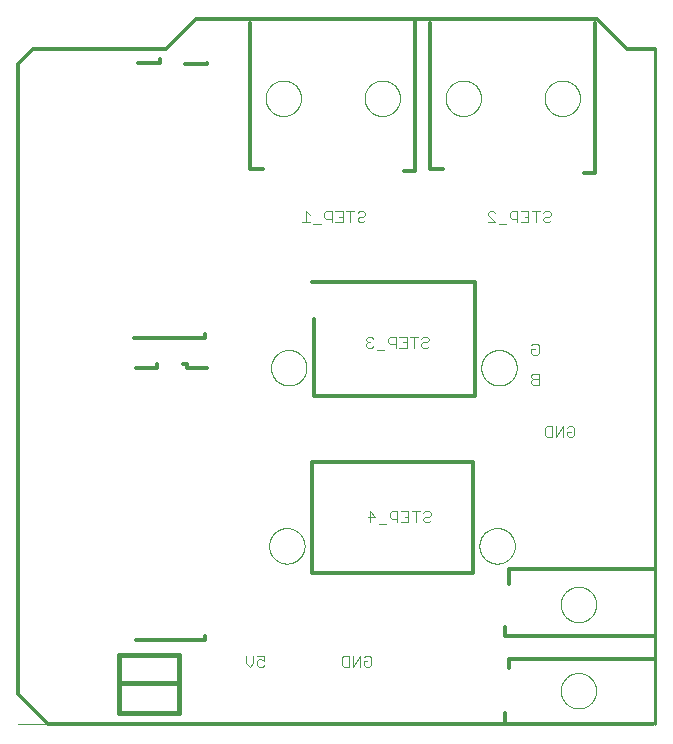
<source format=gbo>
G75*
%MOIN*%
%OFA0B0*%
%FSLAX25Y25*%
%IPPOS*%
%LPD*%
%AMOC8*
5,1,8,0,0,1.08239X$1,22.5*
%
%ADD10C,0.00000*%
%ADD11C,0.01000*%
%ADD12C,0.01600*%
%ADD13C,0.01200*%
%ADD14C,0.00300*%
D10*
X0005000Y0005000D02*
X0015000Y0005000D01*
X0208701Y0005000D01*
X0185959Y0016250D02*
X0185961Y0016403D01*
X0185967Y0016557D01*
X0185977Y0016710D01*
X0185991Y0016862D01*
X0186009Y0017015D01*
X0186031Y0017166D01*
X0186056Y0017317D01*
X0186086Y0017468D01*
X0186120Y0017618D01*
X0186157Y0017766D01*
X0186198Y0017914D01*
X0186243Y0018060D01*
X0186292Y0018206D01*
X0186345Y0018350D01*
X0186401Y0018492D01*
X0186461Y0018633D01*
X0186525Y0018773D01*
X0186592Y0018911D01*
X0186663Y0019047D01*
X0186738Y0019181D01*
X0186815Y0019313D01*
X0186897Y0019443D01*
X0186981Y0019571D01*
X0187069Y0019697D01*
X0187160Y0019820D01*
X0187254Y0019941D01*
X0187352Y0020059D01*
X0187452Y0020175D01*
X0187556Y0020288D01*
X0187662Y0020399D01*
X0187771Y0020507D01*
X0187883Y0020612D01*
X0187997Y0020713D01*
X0188115Y0020812D01*
X0188234Y0020908D01*
X0188356Y0021001D01*
X0188481Y0021090D01*
X0188608Y0021177D01*
X0188737Y0021259D01*
X0188868Y0021339D01*
X0189001Y0021415D01*
X0189136Y0021488D01*
X0189273Y0021557D01*
X0189412Y0021622D01*
X0189552Y0021684D01*
X0189694Y0021742D01*
X0189837Y0021797D01*
X0189982Y0021848D01*
X0190128Y0021895D01*
X0190275Y0021938D01*
X0190423Y0021977D01*
X0190572Y0022013D01*
X0190722Y0022044D01*
X0190873Y0022072D01*
X0191024Y0022096D01*
X0191177Y0022116D01*
X0191329Y0022132D01*
X0191482Y0022144D01*
X0191635Y0022152D01*
X0191788Y0022156D01*
X0191942Y0022156D01*
X0192095Y0022152D01*
X0192248Y0022144D01*
X0192401Y0022132D01*
X0192553Y0022116D01*
X0192706Y0022096D01*
X0192857Y0022072D01*
X0193008Y0022044D01*
X0193158Y0022013D01*
X0193307Y0021977D01*
X0193455Y0021938D01*
X0193602Y0021895D01*
X0193748Y0021848D01*
X0193893Y0021797D01*
X0194036Y0021742D01*
X0194178Y0021684D01*
X0194318Y0021622D01*
X0194457Y0021557D01*
X0194594Y0021488D01*
X0194729Y0021415D01*
X0194862Y0021339D01*
X0194993Y0021259D01*
X0195122Y0021177D01*
X0195249Y0021090D01*
X0195374Y0021001D01*
X0195496Y0020908D01*
X0195615Y0020812D01*
X0195733Y0020713D01*
X0195847Y0020612D01*
X0195959Y0020507D01*
X0196068Y0020399D01*
X0196174Y0020288D01*
X0196278Y0020175D01*
X0196378Y0020059D01*
X0196476Y0019941D01*
X0196570Y0019820D01*
X0196661Y0019697D01*
X0196749Y0019571D01*
X0196833Y0019443D01*
X0196915Y0019313D01*
X0196992Y0019181D01*
X0197067Y0019047D01*
X0197138Y0018911D01*
X0197205Y0018773D01*
X0197269Y0018633D01*
X0197329Y0018492D01*
X0197385Y0018350D01*
X0197438Y0018206D01*
X0197487Y0018060D01*
X0197532Y0017914D01*
X0197573Y0017766D01*
X0197610Y0017618D01*
X0197644Y0017468D01*
X0197674Y0017317D01*
X0197699Y0017166D01*
X0197721Y0017015D01*
X0197739Y0016862D01*
X0197753Y0016710D01*
X0197763Y0016557D01*
X0197769Y0016403D01*
X0197771Y0016250D01*
X0197769Y0016097D01*
X0197763Y0015943D01*
X0197753Y0015790D01*
X0197739Y0015638D01*
X0197721Y0015485D01*
X0197699Y0015334D01*
X0197674Y0015183D01*
X0197644Y0015032D01*
X0197610Y0014882D01*
X0197573Y0014734D01*
X0197532Y0014586D01*
X0197487Y0014440D01*
X0197438Y0014294D01*
X0197385Y0014150D01*
X0197329Y0014008D01*
X0197269Y0013867D01*
X0197205Y0013727D01*
X0197138Y0013589D01*
X0197067Y0013453D01*
X0196992Y0013319D01*
X0196915Y0013187D01*
X0196833Y0013057D01*
X0196749Y0012929D01*
X0196661Y0012803D01*
X0196570Y0012680D01*
X0196476Y0012559D01*
X0196378Y0012441D01*
X0196278Y0012325D01*
X0196174Y0012212D01*
X0196068Y0012101D01*
X0195959Y0011993D01*
X0195847Y0011888D01*
X0195733Y0011787D01*
X0195615Y0011688D01*
X0195496Y0011592D01*
X0195374Y0011499D01*
X0195249Y0011410D01*
X0195122Y0011323D01*
X0194993Y0011241D01*
X0194862Y0011161D01*
X0194729Y0011085D01*
X0194594Y0011012D01*
X0194457Y0010943D01*
X0194318Y0010878D01*
X0194178Y0010816D01*
X0194036Y0010758D01*
X0193893Y0010703D01*
X0193748Y0010652D01*
X0193602Y0010605D01*
X0193455Y0010562D01*
X0193307Y0010523D01*
X0193158Y0010487D01*
X0193008Y0010456D01*
X0192857Y0010428D01*
X0192706Y0010404D01*
X0192553Y0010384D01*
X0192401Y0010368D01*
X0192248Y0010356D01*
X0192095Y0010348D01*
X0191942Y0010344D01*
X0191788Y0010344D01*
X0191635Y0010348D01*
X0191482Y0010356D01*
X0191329Y0010368D01*
X0191177Y0010384D01*
X0191024Y0010404D01*
X0190873Y0010428D01*
X0190722Y0010456D01*
X0190572Y0010487D01*
X0190423Y0010523D01*
X0190275Y0010562D01*
X0190128Y0010605D01*
X0189982Y0010652D01*
X0189837Y0010703D01*
X0189694Y0010758D01*
X0189552Y0010816D01*
X0189412Y0010878D01*
X0189273Y0010943D01*
X0189136Y0011012D01*
X0189001Y0011085D01*
X0188868Y0011161D01*
X0188737Y0011241D01*
X0188608Y0011323D01*
X0188481Y0011410D01*
X0188356Y0011499D01*
X0188234Y0011592D01*
X0188115Y0011688D01*
X0187997Y0011787D01*
X0187883Y0011888D01*
X0187771Y0011993D01*
X0187662Y0012101D01*
X0187556Y0012212D01*
X0187452Y0012325D01*
X0187352Y0012441D01*
X0187254Y0012559D01*
X0187160Y0012680D01*
X0187069Y0012803D01*
X0186981Y0012929D01*
X0186897Y0013057D01*
X0186815Y0013187D01*
X0186738Y0013319D01*
X0186663Y0013453D01*
X0186592Y0013589D01*
X0186525Y0013727D01*
X0186461Y0013867D01*
X0186401Y0014008D01*
X0186345Y0014150D01*
X0186292Y0014294D01*
X0186243Y0014440D01*
X0186198Y0014586D01*
X0186157Y0014734D01*
X0186120Y0014882D01*
X0186086Y0015032D01*
X0186056Y0015183D01*
X0186031Y0015334D01*
X0186009Y0015485D01*
X0185991Y0015638D01*
X0185977Y0015790D01*
X0185967Y0015943D01*
X0185961Y0016097D01*
X0185959Y0016250D01*
X0185959Y0045000D02*
X0185961Y0045153D01*
X0185967Y0045307D01*
X0185977Y0045460D01*
X0185991Y0045612D01*
X0186009Y0045765D01*
X0186031Y0045916D01*
X0186056Y0046067D01*
X0186086Y0046218D01*
X0186120Y0046368D01*
X0186157Y0046516D01*
X0186198Y0046664D01*
X0186243Y0046810D01*
X0186292Y0046956D01*
X0186345Y0047100D01*
X0186401Y0047242D01*
X0186461Y0047383D01*
X0186525Y0047523D01*
X0186592Y0047661D01*
X0186663Y0047797D01*
X0186738Y0047931D01*
X0186815Y0048063D01*
X0186897Y0048193D01*
X0186981Y0048321D01*
X0187069Y0048447D01*
X0187160Y0048570D01*
X0187254Y0048691D01*
X0187352Y0048809D01*
X0187452Y0048925D01*
X0187556Y0049038D01*
X0187662Y0049149D01*
X0187771Y0049257D01*
X0187883Y0049362D01*
X0187997Y0049463D01*
X0188115Y0049562D01*
X0188234Y0049658D01*
X0188356Y0049751D01*
X0188481Y0049840D01*
X0188608Y0049927D01*
X0188737Y0050009D01*
X0188868Y0050089D01*
X0189001Y0050165D01*
X0189136Y0050238D01*
X0189273Y0050307D01*
X0189412Y0050372D01*
X0189552Y0050434D01*
X0189694Y0050492D01*
X0189837Y0050547D01*
X0189982Y0050598D01*
X0190128Y0050645D01*
X0190275Y0050688D01*
X0190423Y0050727D01*
X0190572Y0050763D01*
X0190722Y0050794D01*
X0190873Y0050822D01*
X0191024Y0050846D01*
X0191177Y0050866D01*
X0191329Y0050882D01*
X0191482Y0050894D01*
X0191635Y0050902D01*
X0191788Y0050906D01*
X0191942Y0050906D01*
X0192095Y0050902D01*
X0192248Y0050894D01*
X0192401Y0050882D01*
X0192553Y0050866D01*
X0192706Y0050846D01*
X0192857Y0050822D01*
X0193008Y0050794D01*
X0193158Y0050763D01*
X0193307Y0050727D01*
X0193455Y0050688D01*
X0193602Y0050645D01*
X0193748Y0050598D01*
X0193893Y0050547D01*
X0194036Y0050492D01*
X0194178Y0050434D01*
X0194318Y0050372D01*
X0194457Y0050307D01*
X0194594Y0050238D01*
X0194729Y0050165D01*
X0194862Y0050089D01*
X0194993Y0050009D01*
X0195122Y0049927D01*
X0195249Y0049840D01*
X0195374Y0049751D01*
X0195496Y0049658D01*
X0195615Y0049562D01*
X0195733Y0049463D01*
X0195847Y0049362D01*
X0195959Y0049257D01*
X0196068Y0049149D01*
X0196174Y0049038D01*
X0196278Y0048925D01*
X0196378Y0048809D01*
X0196476Y0048691D01*
X0196570Y0048570D01*
X0196661Y0048447D01*
X0196749Y0048321D01*
X0196833Y0048193D01*
X0196915Y0048063D01*
X0196992Y0047931D01*
X0197067Y0047797D01*
X0197138Y0047661D01*
X0197205Y0047523D01*
X0197269Y0047383D01*
X0197329Y0047242D01*
X0197385Y0047100D01*
X0197438Y0046956D01*
X0197487Y0046810D01*
X0197532Y0046664D01*
X0197573Y0046516D01*
X0197610Y0046368D01*
X0197644Y0046218D01*
X0197674Y0046067D01*
X0197699Y0045916D01*
X0197721Y0045765D01*
X0197739Y0045612D01*
X0197753Y0045460D01*
X0197763Y0045307D01*
X0197769Y0045153D01*
X0197771Y0045000D01*
X0197769Y0044847D01*
X0197763Y0044693D01*
X0197753Y0044540D01*
X0197739Y0044388D01*
X0197721Y0044235D01*
X0197699Y0044084D01*
X0197674Y0043933D01*
X0197644Y0043782D01*
X0197610Y0043632D01*
X0197573Y0043484D01*
X0197532Y0043336D01*
X0197487Y0043190D01*
X0197438Y0043044D01*
X0197385Y0042900D01*
X0197329Y0042758D01*
X0197269Y0042617D01*
X0197205Y0042477D01*
X0197138Y0042339D01*
X0197067Y0042203D01*
X0196992Y0042069D01*
X0196915Y0041937D01*
X0196833Y0041807D01*
X0196749Y0041679D01*
X0196661Y0041553D01*
X0196570Y0041430D01*
X0196476Y0041309D01*
X0196378Y0041191D01*
X0196278Y0041075D01*
X0196174Y0040962D01*
X0196068Y0040851D01*
X0195959Y0040743D01*
X0195847Y0040638D01*
X0195733Y0040537D01*
X0195615Y0040438D01*
X0195496Y0040342D01*
X0195374Y0040249D01*
X0195249Y0040160D01*
X0195122Y0040073D01*
X0194993Y0039991D01*
X0194862Y0039911D01*
X0194729Y0039835D01*
X0194594Y0039762D01*
X0194457Y0039693D01*
X0194318Y0039628D01*
X0194178Y0039566D01*
X0194036Y0039508D01*
X0193893Y0039453D01*
X0193748Y0039402D01*
X0193602Y0039355D01*
X0193455Y0039312D01*
X0193307Y0039273D01*
X0193158Y0039237D01*
X0193008Y0039206D01*
X0192857Y0039178D01*
X0192706Y0039154D01*
X0192553Y0039134D01*
X0192401Y0039118D01*
X0192248Y0039106D01*
X0192095Y0039098D01*
X0191942Y0039094D01*
X0191788Y0039094D01*
X0191635Y0039098D01*
X0191482Y0039106D01*
X0191329Y0039118D01*
X0191177Y0039134D01*
X0191024Y0039154D01*
X0190873Y0039178D01*
X0190722Y0039206D01*
X0190572Y0039237D01*
X0190423Y0039273D01*
X0190275Y0039312D01*
X0190128Y0039355D01*
X0189982Y0039402D01*
X0189837Y0039453D01*
X0189694Y0039508D01*
X0189552Y0039566D01*
X0189412Y0039628D01*
X0189273Y0039693D01*
X0189136Y0039762D01*
X0189001Y0039835D01*
X0188868Y0039911D01*
X0188737Y0039991D01*
X0188608Y0040073D01*
X0188481Y0040160D01*
X0188356Y0040249D01*
X0188234Y0040342D01*
X0188115Y0040438D01*
X0187997Y0040537D01*
X0187883Y0040638D01*
X0187771Y0040743D01*
X0187662Y0040851D01*
X0187556Y0040962D01*
X0187452Y0041075D01*
X0187352Y0041191D01*
X0187254Y0041309D01*
X0187160Y0041430D01*
X0187069Y0041553D01*
X0186981Y0041679D01*
X0186897Y0041807D01*
X0186815Y0041937D01*
X0186738Y0042069D01*
X0186663Y0042203D01*
X0186592Y0042339D01*
X0186525Y0042477D01*
X0186461Y0042617D01*
X0186401Y0042758D01*
X0186345Y0042900D01*
X0186292Y0043044D01*
X0186243Y0043190D01*
X0186198Y0043336D01*
X0186157Y0043484D01*
X0186120Y0043632D01*
X0186086Y0043782D01*
X0186056Y0043933D01*
X0186031Y0044084D01*
X0186009Y0044235D01*
X0185991Y0044388D01*
X0185977Y0044540D01*
X0185967Y0044693D01*
X0185961Y0044847D01*
X0185959Y0045000D01*
X0158848Y0064532D02*
X0158850Y0064685D01*
X0158856Y0064839D01*
X0158866Y0064992D01*
X0158880Y0065144D01*
X0158898Y0065297D01*
X0158920Y0065448D01*
X0158945Y0065599D01*
X0158975Y0065750D01*
X0159009Y0065900D01*
X0159046Y0066048D01*
X0159087Y0066196D01*
X0159132Y0066342D01*
X0159181Y0066488D01*
X0159234Y0066632D01*
X0159290Y0066774D01*
X0159350Y0066915D01*
X0159414Y0067055D01*
X0159481Y0067193D01*
X0159552Y0067329D01*
X0159627Y0067463D01*
X0159704Y0067595D01*
X0159786Y0067725D01*
X0159870Y0067853D01*
X0159958Y0067979D01*
X0160049Y0068102D01*
X0160143Y0068223D01*
X0160241Y0068341D01*
X0160341Y0068457D01*
X0160445Y0068570D01*
X0160551Y0068681D01*
X0160660Y0068789D01*
X0160772Y0068894D01*
X0160886Y0068995D01*
X0161004Y0069094D01*
X0161123Y0069190D01*
X0161245Y0069283D01*
X0161370Y0069372D01*
X0161497Y0069459D01*
X0161626Y0069541D01*
X0161757Y0069621D01*
X0161890Y0069697D01*
X0162025Y0069770D01*
X0162162Y0069839D01*
X0162301Y0069904D01*
X0162441Y0069966D01*
X0162583Y0070024D01*
X0162726Y0070079D01*
X0162871Y0070130D01*
X0163017Y0070177D01*
X0163164Y0070220D01*
X0163312Y0070259D01*
X0163461Y0070295D01*
X0163611Y0070326D01*
X0163762Y0070354D01*
X0163913Y0070378D01*
X0164066Y0070398D01*
X0164218Y0070414D01*
X0164371Y0070426D01*
X0164524Y0070434D01*
X0164677Y0070438D01*
X0164831Y0070438D01*
X0164984Y0070434D01*
X0165137Y0070426D01*
X0165290Y0070414D01*
X0165442Y0070398D01*
X0165595Y0070378D01*
X0165746Y0070354D01*
X0165897Y0070326D01*
X0166047Y0070295D01*
X0166196Y0070259D01*
X0166344Y0070220D01*
X0166491Y0070177D01*
X0166637Y0070130D01*
X0166782Y0070079D01*
X0166925Y0070024D01*
X0167067Y0069966D01*
X0167207Y0069904D01*
X0167346Y0069839D01*
X0167483Y0069770D01*
X0167618Y0069697D01*
X0167751Y0069621D01*
X0167882Y0069541D01*
X0168011Y0069459D01*
X0168138Y0069372D01*
X0168263Y0069283D01*
X0168385Y0069190D01*
X0168504Y0069094D01*
X0168622Y0068995D01*
X0168736Y0068894D01*
X0168848Y0068789D01*
X0168957Y0068681D01*
X0169063Y0068570D01*
X0169167Y0068457D01*
X0169267Y0068341D01*
X0169365Y0068223D01*
X0169459Y0068102D01*
X0169550Y0067979D01*
X0169638Y0067853D01*
X0169722Y0067725D01*
X0169804Y0067595D01*
X0169881Y0067463D01*
X0169956Y0067329D01*
X0170027Y0067193D01*
X0170094Y0067055D01*
X0170158Y0066915D01*
X0170218Y0066774D01*
X0170274Y0066632D01*
X0170327Y0066488D01*
X0170376Y0066342D01*
X0170421Y0066196D01*
X0170462Y0066048D01*
X0170499Y0065900D01*
X0170533Y0065750D01*
X0170563Y0065599D01*
X0170588Y0065448D01*
X0170610Y0065297D01*
X0170628Y0065144D01*
X0170642Y0064992D01*
X0170652Y0064839D01*
X0170658Y0064685D01*
X0170660Y0064532D01*
X0170658Y0064379D01*
X0170652Y0064225D01*
X0170642Y0064072D01*
X0170628Y0063920D01*
X0170610Y0063767D01*
X0170588Y0063616D01*
X0170563Y0063465D01*
X0170533Y0063314D01*
X0170499Y0063164D01*
X0170462Y0063016D01*
X0170421Y0062868D01*
X0170376Y0062722D01*
X0170327Y0062576D01*
X0170274Y0062432D01*
X0170218Y0062290D01*
X0170158Y0062149D01*
X0170094Y0062009D01*
X0170027Y0061871D01*
X0169956Y0061735D01*
X0169881Y0061601D01*
X0169804Y0061469D01*
X0169722Y0061339D01*
X0169638Y0061211D01*
X0169550Y0061085D01*
X0169459Y0060962D01*
X0169365Y0060841D01*
X0169267Y0060723D01*
X0169167Y0060607D01*
X0169063Y0060494D01*
X0168957Y0060383D01*
X0168848Y0060275D01*
X0168736Y0060170D01*
X0168622Y0060069D01*
X0168504Y0059970D01*
X0168385Y0059874D01*
X0168263Y0059781D01*
X0168138Y0059692D01*
X0168011Y0059605D01*
X0167882Y0059523D01*
X0167751Y0059443D01*
X0167618Y0059367D01*
X0167483Y0059294D01*
X0167346Y0059225D01*
X0167207Y0059160D01*
X0167067Y0059098D01*
X0166925Y0059040D01*
X0166782Y0058985D01*
X0166637Y0058934D01*
X0166491Y0058887D01*
X0166344Y0058844D01*
X0166196Y0058805D01*
X0166047Y0058769D01*
X0165897Y0058738D01*
X0165746Y0058710D01*
X0165595Y0058686D01*
X0165442Y0058666D01*
X0165290Y0058650D01*
X0165137Y0058638D01*
X0164984Y0058630D01*
X0164831Y0058626D01*
X0164677Y0058626D01*
X0164524Y0058630D01*
X0164371Y0058638D01*
X0164218Y0058650D01*
X0164066Y0058666D01*
X0163913Y0058686D01*
X0163762Y0058710D01*
X0163611Y0058738D01*
X0163461Y0058769D01*
X0163312Y0058805D01*
X0163164Y0058844D01*
X0163017Y0058887D01*
X0162871Y0058934D01*
X0162726Y0058985D01*
X0162583Y0059040D01*
X0162441Y0059098D01*
X0162301Y0059160D01*
X0162162Y0059225D01*
X0162025Y0059294D01*
X0161890Y0059367D01*
X0161757Y0059443D01*
X0161626Y0059523D01*
X0161497Y0059605D01*
X0161370Y0059692D01*
X0161245Y0059781D01*
X0161123Y0059874D01*
X0161004Y0059970D01*
X0160886Y0060069D01*
X0160772Y0060170D01*
X0160660Y0060275D01*
X0160551Y0060383D01*
X0160445Y0060494D01*
X0160341Y0060607D01*
X0160241Y0060723D01*
X0160143Y0060841D01*
X0160049Y0060962D01*
X0159958Y0061085D01*
X0159870Y0061211D01*
X0159786Y0061339D01*
X0159704Y0061469D01*
X0159627Y0061601D01*
X0159552Y0061735D01*
X0159481Y0061871D01*
X0159414Y0062009D01*
X0159350Y0062149D01*
X0159290Y0062290D01*
X0159234Y0062432D01*
X0159181Y0062576D01*
X0159132Y0062722D01*
X0159087Y0062868D01*
X0159046Y0063016D01*
X0159009Y0063164D01*
X0158975Y0063314D01*
X0158945Y0063465D01*
X0158920Y0063616D01*
X0158898Y0063767D01*
X0158880Y0063920D01*
X0158866Y0064072D01*
X0158856Y0064225D01*
X0158850Y0064379D01*
X0158848Y0064532D01*
X0159473Y0123907D02*
X0159475Y0124060D01*
X0159481Y0124214D01*
X0159491Y0124367D01*
X0159505Y0124519D01*
X0159523Y0124672D01*
X0159545Y0124823D01*
X0159570Y0124974D01*
X0159600Y0125125D01*
X0159634Y0125275D01*
X0159671Y0125423D01*
X0159712Y0125571D01*
X0159757Y0125717D01*
X0159806Y0125863D01*
X0159859Y0126007D01*
X0159915Y0126149D01*
X0159975Y0126290D01*
X0160039Y0126430D01*
X0160106Y0126568D01*
X0160177Y0126704D01*
X0160252Y0126838D01*
X0160329Y0126970D01*
X0160411Y0127100D01*
X0160495Y0127228D01*
X0160583Y0127354D01*
X0160674Y0127477D01*
X0160768Y0127598D01*
X0160866Y0127716D01*
X0160966Y0127832D01*
X0161070Y0127945D01*
X0161176Y0128056D01*
X0161285Y0128164D01*
X0161397Y0128269D01*
X0161511Y0128370D01*
X0161629Y0128469D01*
X0161748Y0128565D01*
X0161870Y0128658D01*
X0161995Y0128747D01*
X0162122Y0128834D01*
X0162251Y0128916D01*
X0162382Y0128996D01*
X0162515Y0129072D01*
X0162650Y0129145D01*
X0162787Y0129214D01*
X0162926Y0129279D01*
X0163066Y0129341D01*
X0163208Y0129399D01*
X0163351Y0129454D01*
X0163496Y0129505D01*
X0163642Y0129552D01*
X0163789Y0129595D01*
X0163937Y0129634D01*
X0164086Y0129670D01*
X0164236Y0129701D01*
X0164387Y0129729D01*
X0164538Y0129753D01*
X0164691Y0129773D01*
X0164843Y0129789D01*
X0164996Y0129801D01*
X0165149Y0129809D01*
X0165302Y0129813D01*
X0165456Y0129813D01*
X0165609Y0129809D01*
X0165762Y0129801D01*
X0165915Y0129789D01*
X0166067Y0129773D01*
X0166220Y0129753D01*
X0166371Y0129729D01*
X0166522Y0129701D01*
X0166672Y0129670D01*
X0166821Y0129634D01*
X0166969Y0129595D01*
X0167116Y0129552D01*
X0167262Y0129505D01*
X0167407Y0129454D01*
X0167550Y0129399D01*
X0167692Y0129341D01*
X0167832Y0129279D01*
X0167971Y0129214D01*
X0168108Y0129145D01*
X0168243Y0129072D01*
X0168376Y0128996D01*
X0168507Y0128916D01*
X0168636Y0128834D01*
X0168763Y0128747D01*
X0168888Y0128658D01*
X0169010Y0128565D01*
X0169129Y0128469D01*
X0169247Y0128370D01*
X0169361Y0128269D01*
X0169473Y0128164D01*
X0169582Y0128056D01*
X0169688Y0127945D01*
X0169792Y0127832D01*
X0169892Y0127716D01*
X0169990Y0127598D01*
X0170084Y0127477D01*
X0170175Y0127354D01*
X0170263Y0127228D01*
X0170347Y0127100D01*
X0170429Y0126970D01*
X0170506Y0126838D01*
X0170581Y0126704D01*
X0170652Y0126568D01*
X0170719Y0126430D01*
X0170783Y0126290D01*
X0170843Y0126149D01*
X0170899Y0126007D01*
X0170952Y0125863D01*
X0171001Y0125717D01*
X0171046Y0125571D01*
X0171087Y0125423D01*
X0171124Y0125275D01*
X0171158Y0125125D01*
X0171188Y0124974D01*
X0171213Y0124823D01*
X0171235Y0124672D01*
X0171253Y0124519D01*
X0171267Y0124367D01*
X0171277Y0124214D01*
X0171283Y0124060D01*
X0171285Y0123907D01*
X0171283Y0123754D01*
X0171277Y0123600D01*
X0171267Y0123447D01*
X0171253Y0123295D01*
X0171235Y0123142D01*
X0171213Y0122991D01*
X0171188Y0122840D01*
X0171158Y0122689D01*
X0171124Y0122539D01*
X0171087Y0122391D01*
X0171046Y0122243D01*
X0171001Y0122097D01*
X0170952Y0121951D01*
X0170899Y0121807D01*
X0170843Y0121665D01*
X0170783Y0121524D01*
X0170719Y0121384D01*
X0170652Y0121246D01*
X0170581Y0121110D01*
X0170506Y0120976D01*
X0170429Y0120844D01*
X0170347Y0120714D01*
X0170263Y0120586D01*
X0170175Y0120460D01*
X0170084Y0120337D01*
X0169990Y0120216D01*
X0169892Y0120098D01*
X0169792Y0119982D01*
X0169688Y0119869D01*
X0169582Y0119758D01*
X0169473Y0119650D01*
X0169361Y0119545D01*
X0169247Y0119444D01*
X0169129Y0119345D01*
X0169010Y0119249D01*
X0168888Y0119156D01*
X0168763Y0119067D01*
X0168636Y0118980D01*
X0168507Y0118898D01*
X0168376Y0118818D01*
X0168243Y0118742D01*
X0168108Y0118669D01*
X0167971Y0118600D01*
X0167832Y0118535D01*
X0167692Y0118473D01*
X0167550Y0118415D01*
X0167407Y0118360D01*
X0167262Y0118309D01*
X0167116Y0118262D01*
X0166969Y0118219D01*
X0166821Y0118180D01*
X0166672Y0118144D01*
X0166522Y0118113D01*
X0166371Y0118085D01*
X0166220Y0118061D01*
X0166067Y0118041D01*
X0165915Y0118025D01*
X0165762Y0118013D01*
X0165609Y0118005D01*
X0165456Y0118001D01*
X0165302Y0118001D01*
X0165149Y0118005D01*
X0164996Y0118013D01*
X0164843Y0118025D01*
X0164691Y0118041D01*
X0164538Y0118061D01*
X0164387Y0118085D01*
X0164236Y0118113D01*
X0164086Y0118144D01*
X0163937Y0118180D01*
X0163789Y0118219D01*
X0163642Y0118262D01*
X0163496Y0118309D01*
X0163351Y0118360D01*
X0163208Y0118415D01*
X0163066Y0118473D01*
X0162926Y0118535D01*
X0162787Y0118600D01*
X0162650Y0118669D01*
X0162515Y0118742D01*
X0162382Y0118818D01*
X0162251Y0118898D01*
X0162122Y0118980D01*
X0161995Y0119067D01*
X0161870Y0119156D01*
X0161748Y0119249D01*
X0161629Y0119345D01*
X0161511Y0119444D01*
X0161397Y0119545D01*
X0161285Y0119650D01*
X0161176Y0119758D01*
X0161070Y0119869D01*
X0160966Y0119982D01*
X0160866Y0120098D01*
X0160768Y0120216D01*
X0160674Y0120337D01*
X0160583Y0120460D01*
X0160495Y0120586D01*
X0160411Y0120714D01*
X0160329Y0120844D01*
X0160252Y0120976D01*
X0160177Y0121110D01*
X0160106Y0121246D01*
X0160039Y0121384D01*
X0159975Y0121524D01*
X0159915Y0121665D01*
X0159859Y0121807D01*
X0159806Y0121951D01*
X0159757Y0122097D01*
X0159712Y0122243D01*
X0159671Y0122391D01*
X0159634Y0122539D01*
X0159600Y0122689D01*
X0159570Y0122840D01*
X0159545Y0122991D01*
X0159523Y0123142D01*
X0159505Y0123295D01*
X0159491Y0123447D01*
X0159481Y0123600D01*
X0159475Y0123754D01*
X0159473Y0123907D01*
X0089394Y0123907D02*
X0089396Y0124060D01*
X0089402Y0124214D01*
X0089412Y0124367D01*
X0089426Y0124519D01*
X0089444Y0124672D01*
X0089466Y0124823D01*
X0089491Y0124974D01*
X0089521Y0125125D01*
X0089555Y0125275D01*
X0089592Y0125423D01*
X0089633Y0125571D01*
X0089678Y0125717D01*
X0089727Y0125863D01*
X0089780Y0126007D01*
X0089836Y0126149D01*
X0089896Y0126290D01*
X0089960Y0126430D01*
X0090027Y0126568D01*
X0090098Y0126704D01*
X0090173Y0126838D01*
X0090250Y0126970D01*
X0090332Y0127100D01*
X0090416Y0127228D01*
X0090504Y0127354D01*
X0090595Y0127477D01*
X0090689Y0127598D01*
X0090787Y0127716D01*
X0090887Y0127832D01*
X0090991Y0127945D01*
X0091097Y0128056D01*
X0091206Y0128164D01*
X0091318Y0128269D01*
X0091432Y0128370D01*
X0091550Y0128469D01*
X0091669Y0128565D01*
X0091791Y0128658D01*
X0091916Y0128747D01*
X0092043Y0128834D01*
X0092172Y0128916D01*
X0092303Y0128996D01*
X0092436Y0129072D01*
X0092571Y0129145D01*
X0092708Y0129214D01*
X0092847Y0129279D01*
X0092987Y0129341D01*
X0093129Y0129399D01*
X0093272Y0129454D01*
X0093417Y0129505D01*
X0093563Y0129552D01*
X0093710Y0129595D01*
X0093858Y0129634D01*
X0094007Y0129670D01*
X0094157Y0129701D01*
X0094308Y0129729D01*
X0094459Y0129753D01*
X0094612Y0129773D01*
X0094764Y0129789D01*
X0094917Y0129801D01*
X0095070Y0129809D01*
X0095223Y0129813D01*
X0095377Y0129813D01*
X0095530Y0129809D01*
X0095683Y0129801D01*
X0095836Y0129789D01*
X0095988Y0129773D01*
X0096141Y0129753D01*
X0096292Y0129729D01*
X0096443Y0129701D01*
X0096593Y0129670D01*
X0096742Y0129634D01*
X0096890Y0129595D01*
X0097037Y0129552D01*
X0097183Y0129505D01*
X0097328Y0129454D01*
X0097471Y0129399D01*
X0097613Y0129341D01*
X0097753Y0129279D01*
X0097892Y0129214D01*
X0098029Y0129145D01*
X0098164Y0129072D01*
X0098297Y0128996D01*
X0098428Y0128916D01*
X0098557Y0128834D01*
X0098684Y0128747D01*
X0098809Y0128658D01*
X0098931Y0128565D01*
X0099050Y0128469D01*
X0099168Y0128370D01*
X0099282Y0128269D01*
X0099394Y0128164D01*
X0099503Y0128056D01*
X0099609Y0127945D01*
X0099713Y0127832D01*
X0099813Y0127716D01*
X0099911Y0127598D01*
X0100005Y0127477D01*
X0100096Y0127354D01*
X0100184Y0127228D01*
X0100268Y0127100D01*
X0100350Y0126970D01*
X0100427Y0126838D01*
X0100502Y0126704D01*
X0100573Y0126568D01*
X0100640Y0126430D01*
X0100704Y0126290D01*
X0100764Y0126149D01*
X0100820Y0126007D01*
X0100873Y0125863D01*
X0100922Y0125717D01*
X0100967Y0125571D01*
X0101008Y0125423D01*
X0101045Y0125275D01*
X0101079Y0125125D01*
X0101109Y0124974D01*
X0101134Y0124823D01*
X0101156Y0124672D01*
X0101174Y0124519D01*
X0101188Y0124367D01*
X0101198Y0124214D01*
X0101204Y0124060D01*
X0101206Y0123907D01*
X0101204Y0123754D01*
X0101198Y0123600D01*
X0101188Y0123447D01*
X0101174Y0123295D01*
X0101156Y0123142D01*
X0101134Y0122991D01*
X0101109Y0122840D01*
X0101079Y0122689D01*
X0101045Y0122539D01*
X0101008Y0122391D01*
X0100967Y0122243D01*
X0100922Y0122097D01*
X0100873Y0121951D01*
X0100820Y0121807D01*
X0100764Y0121665D01*
X0100704Y0121524D01*
X0100640Y0121384D01*
X0100573Y0121246D01*
X0100502Y0121110D01*
X0100427Y0120976D01*
X0100350Y0120844D01*
X0100268Y0120714D01*
X0100184Y0120586D01*
X0100096Y0120460D01*
X0100005Y0120337D01*
X0099911Y0120216D01*
X0099813Y0120098D01*
X0099713Y0119982D01*
X0099609Y0119869D01*
X0099503Y0119758D01*
X0099394Y0119650D01*
X0099282Y0119545D01*
X0099168Y0119444D01*
X0099050Y0119345D01*
X0098931Y0119249D01*
X0098809Y0119156D01*
X0098684Y0119067D01*
X0098557Y0118980D01*
X0098428Y0118898D01*
X0098297Y0118818D01*
X0098164Y0118742D01*
X0098029Y0118669D01*
X0097892Y0118600D01*
X0097753Y0118535D01*
X0097613Y0118473D01*
X0097471Y0118415D01*
X0097328Y0118360D01*
X0097183Y0118309D01*
X0097037Y0118262D01*
X0096890Y0118219D01*
X0096742Y0118180D01*
X0096593Y0118144D01*
X0096443Y0118113D01*
X0096292Y0118085D01*
X0096141Y0118061D01*
X0095988Y0118041D01*
X0095836Y0118025D01*
X0095683Y0118013D01*
X0095530Y0118005D01*
X0095377Y0118001D01*
X0095223Y0118001D01*
X0095070Y0118005D01*
X0094917Y0118013D01*
X0094764Y0118025D01*
X0094612Y0118041D01*
X0094459Y0118061D01*
X0094308Y0118085D01*
X0094157Y0118113D01*
X0094007Y0118144D01*
X0093858Y0118180D01*
X0093710Y0118219D01*
X0093563Y0118262D01*
X0093417Y0118309D01*
X0093272Y0118360D01*
X0093129Y0118415D01*
X0092987Y0118473D01*
X0092847Y0118535D01*
X0092708Y0118600D01*
X0092571Y0118669D01*
X0092436Y0118742D01*
X0092303Y0118818D01*
X0092172Y0118898D01*
X0092043Y0118980D01*
X0091916Y0119067D01*
X0091791Y0119156D01*
X0091669Y0119249D01*
X0091550Y0119345D01*
X0091432Y0119444D01*
X0091318Y0119545D01*
X0091206Y0119650D01*
X0091097Y0119758D01*
X0090991Y0119869D01*
X0090887Y0119982D01*
X0090787Y0120098D01*
X0090689Y0120216D01*
X0090595Y0120337D01*
X0090504Y0120460D01*
X0090416Y0120586D01*
X0090332Y0120714D01*
X0090250Y0120844D01*
X0090173Y0120976D01*
X0090098Y0121110D01*
X0090027Y0121246D01*
X0089960Y0121384D01*
X0089896Y0121524D01*
X0089836Y0121665D01*
X0089780Y0121807D01*
X0089727Y0121951D01*
X0089678Y0122097D01*
X0089633Y0122243D01*
X0089592Y0122391D01*
X0089555Y0122539D01*
X0089521Y0122689D01*
X0089491Y0122840D01*
X0089466Y0122991D01*
X0089444Y0123142D01*
X0089426Y0123295D01*
X0089412Y0123447D01*
X0089402Y0123600D01*
X0089396Y0123754D01*
X0089394Y0123907D01*
X0088769Y0064532D02*
X0088771Y0064685D01*
X0088777Y0064839D01*
X0088787Y0064992D01*
X0088801Y0065144D01*
X0088819Y0065297D01*
X0088841Y0065448D01*
X0088866Y0065599D01*
X0088896Y0065750D01*
X0088930Y0065900D01*
X0088967Y0066048D01*
X0089008Y0066196D01*
X0089053Y0066342D01*
X0089102Y0066488D01*
X0089155Y0066632D01*
X0089211Y0066774D01*
X0089271Y0066915D01*
X0089335Y0067055D01*
X0089402Y0067193D01*
X0089473Y0067329D01*
X0089548Y0067463D01*
X0089625Y0067595D01*
X0089707Y0067725D01*
X0089791Y0067853D01*
X0089879Y0067979D01*
X0089970Y0068102D01*
X0090064Y0068223D01*
X0090162Y0068341D01*
X0090262Y0068457D01*
X0090366Y0068570D01*
X0090472Y0068681D01*
X0090581Y0068789D01*
X0090693Y0068894D01*
X0090807Y0068995D01*
X0090925Y0069094D01*
X0091044Y0069190D01*
X0091166Y0069283D01*
X0091291Y0069372D01*
X0091418Y0069459D01*
X0091547Y0069541D01*
X0091678Y0069621D01*
X0091811Y0069697D01*
X0091946Y0069770D01*
X0092083Y0069839D01*
X0092222Y0069904D01*
X0092362Y0069966D01*
X0092504Y0070024D01*
X0092647Y0070079D01*
X0092792Y0070130D01*
X0092938Y0070177D01*
X0093085Y0070220D01*
X0093233Y0070259D01*
X0093382Y0070295D01*
X0093532Y0070326D01*
X0093683Y0070354D01*
X0093834Y0070378D01*
X0093987Y0070398D01*
X0094139Y0070414D01*
X0094292Y0070426D01*
X0094445Y0070434D01*
X0094598Y0070438D01*
X0094752Y0070438D01*
X0094905Y0070434D01*
X0095058Y0070426D01*
X0095211Y0070414D01*
X0095363Y0070398D01*
X0095516Y0070378D01*
X0095667Y0070354D01*
X0095818Y0070326D01*
X0095968Y0070295D01*
X0096117Y0070259D01*
X0096265Y0070220D01*
X0096412Y0070177D01*
X0096558Y0070130D01*
X0096703Y0070079D01*
X0096846Y0070024D01*
X0096988Y0069966D01*
X0097128Y0069904D01*
X0097267Y0069839D01*
X0097404Y0069770D01*
X0097539Y0069697D01*
X0097672Y0069621D01*
X0097803Y0069541D01*
X0097932Y0069459D01*
X0098059Y0069372D01*
X0098184Y0069283D01*
X0098306Y0069190D01*
X0098425Y0069094D01*
X0098543Y0068995D01*
X0098657Y0068894D01*
X0098769Y0068789D01*
X0098878Y0068681D01*
X0098984Y0068570D01*
X0099088Y0068457D01*
X0099188Y0068341D01*
X0099286Y0068223D01*
X0099380Y0068102D01*
X0099471Y0067979D01*
X0099559Y0067853D01*
X0099643Y0067725D01*
X0099725Y0067595D01*
X0099802Y0067463D01*
X0099877Y0067329D01*
X0099948Y0067193D01*
X0100015Y0067055D01*
X0100079Y0066915D01*
X0100139Y0066774D01*
X0100195Y0066632D01*
X0100248Y0066488D01*
X0100297Y0066342D01*
X0100342Y0066196D01*
X0100383Y0066048D01*
X0100420Y0065900D01*
X0100454Y0065750D01*
X0100484Y0065599D01*
X0100509Y0065448D01*
X0100531Y0065297D01*
X0100549Y0065144D01*
X0100563Y0064992D01*
X0100573Y0064839D01*
X0100579Y0064685D01*
X0100581Y0064532D01*
X0100579Y0064379D01*
X0100573Y0064225D01*
X0100563Y0064072D01*
X0100549Y0063920D01*
X0100531Y0063767D01*
X0100509Y0063616D01*
X0100484Y0063465D01*
X0100454Y0063314D01*
X0100420Y0063164D01*
X0100383Y0063016D01*
X0100342Y0062868D01*
X0100297Y0062722D01*
X0100248Y0062576D01*
X0100195Y0062432D01*
X0100139Y0062290D01*
X0100079Y0062149D01*
X0100015Y0062009D01*
X0099948Y0061871D01*
X0099877Y0061735D01*
X0099802Y0061601D01*
X0099725Y0061469D01*
X0099643Y0061339D01*
X0099559Y0061211D01*
X0099471Y0061085D01*
X0099380Y0060962D01*
X0099286Y0060841D01*
X0099188Y0060723D01*
X0099088Y0060607D01*
X0098984Y0060494D01*
X0098878Y0060383D01*
X0098769Y0060275D01*
X0098657Y0060170D01*
X0098543Y0060069D01*
X0098425Y0059970D01*
X0098306Y0059874D01*
X0098184Y0059781D01*
X0098059Y0059692D01*
X0097932Y0059605D01*
X0097803Y0059523D01*
X0097672Y0059443D01*
X0097539Y0059367D01*
X0097404Y0059294D01*
X0097267Y0059225D01*
X0097128Y0059160D01*
X0096988Y0059098D01*
X0096846Y0059040D01*
X0096703Y0058985D01*
X0096558Y0058934D01*
X0096412Y0058887D01*
X0096265Y0058844D01*
X0096117Y0058805D01*
X0095968Y0058769D01*
X0095818Y0058738D01*
X0095667Y0058710D01*
X0095516Y0058686D01*
X0095363Y0058666D01*
X0095211Y0058650D01*
X0095058Y0058638D01*
X0094905Y0058630D01*
X0094752Y0058626D01*
X0094598Y0058626D01*
X0094445Y0058630D01*
X0094292Y0058638D01*
X0094139Y0058650D01*
X0093987Y0058666D01*
X0093834Y0058686D01*
X0093683Y0058710D01*
X0093532Y0058738D01*
X0093382Y0058769D01*
X0093233Y0058805D01*
X0093085Y0058844D01*
X0092938Y0058887D01*
X0092792Y0058934D01*
X0092647Y0058985D01*
X0092504Y0059040D01*
X0092362Y0059098D01*
X0092222Y0059160D01*
X0092083Y0059225D01*
X0091946Y0059294D01*
X0091811Y0059367D01*
X0091678Y0059443D01*
X0091547Y0059523D01*
X0091418Y0059605D01*
X0091291Y0059692D01*
X0091166Y0059781D01*
X0091044Y0059874D01*
X0090925Y0059970D01*
X0090807Y0060069D01*
X0090693Y0060170D01*
X0090581Y0060275D01*
X0090472Y0060383D01*
X0090366Y0060494D01*
X0090262Y0060607D01*
X0090162Y0060723D01*
X0090064Y0060841D01*
X0089970Y0060962D01*
X0089879Y0061085D01*
X0089791Y0061211D01*
X0089707Y0061339D01*
X0089625Y0061469D01*
X0089548Y0061601D01*
X0089473Y0061735D01*
X0089402Y0061871D01*
X0089335Y0062009D01*
X0089271Y0062149D01*
X0089211Y0062290D01*
X0089155Y0062432D01*
X0089102Y0062576D01*
X0089053Y0062722D01*
X0089008Y0062868D01*
X0088967Y0063016D01*
X0088930Y0063164D01*
X0088896Y0063314D01*
X0088866Y0063465D01*
X0088841Y0063616D01*
X0088819Y0063767D01*
X0088801Y0063920D01*
X0088787Y0064072D01*
X0088777Y0064225D01*
X0088771Y0064379D01*
X0088769Y0064532D01*
X0087594Y0213740D02*
X0087596Y0213893D01*
X0087602Y0214047D01*
X0087612Y0214200D01*
X0087626Y0214352D01*
X0087644Y0214505D01*
X0087666Y0214656D01*
X0087691Y0214807D01*
X0087721Y0214958D01*
X0087755Y0215108D01*
X0087792Y0215256D01*
X0087833Y0215404D01*
X0087878Y0215550D01*
X0087927Y0215696D01*
X0087980Y0215840D01*
X0088036Y0215982D01*
X0088096Y0216123D01*
X0088160Y0216263D01*
X0088227Y0216401D01*
X0088298Y0216537D01*
X0088373Y0216671D01*
X0088450Y0216803D01*
X0088532Y0216933D01*
X0088616Y0217061D01*
X0088704Y0217187D01*
X0088795Y0217310D01*
X0088889Y0217431D01*
X0088987Y0217549D01*
X0089087Y0217665D01*
X0089191Y0217778D01*
X0089297Y0217889D01*
X0089406Y0217997D01*
X0089518Y0218102D01*
X0089632Y0218203D01*
X0089750Y0218302D01*
X0089869Y0218398D01*
X0089991Y0218491D01*
X0090116Y0218580D01*
X0090243Y0218667D01*
X0090372Y0218749D01*
X0090503Y0218829D01*
X0090636Y0218905D01*
X0090771Y0218978D01*
X0090908Y0219047D01*
X0091047Y0219112D01*
X0091187Y0219174D01*
X0091329Y0219232D01*
X0091472Y0219287D01*
X0091617Y0219338D01*
X0091763Y0219385D01*
X0091910Y0219428D01*
X0092058Y0219467D01*
X0092207Y0219503D01*
X0092357Y0219534D01*
X0092508Y0219562D01*
X0092659Y0219586D01*
X0092812Y0219606D01*
X0092964Y0219622D01*
X0093117Y0219634D01*
X0093270Y0219642D01*
X0093423Y0219646D01*
X0093577Y0219646D01*
X0093730Y0219642D01*
X0093883Y0219634D01*
X0094036Y0219622D01*
X0094188Y0219606D01*
X0094341Y0219586D01*
X0094492Y0219562D01*
X0094643Y0219534D01*
X0094793Y0219503D01*
X0094942Y0219467D01*
X0095090Y0219428D01*
X0095237Y0219385D01*
X0095383Y0219338D01*
X0095528Y0219287D01*
X0095671Y0219232D01*
X0095813Y0219174D01*
X0095953Y0219112D01*
X0096092Y0219047D01*
X0096229Y0218978D01*
X0096364Y0218905D01*
X0096497Y0218829D01*
X0096628Y0218749D01*
X0096757Y0218667D01*
X0096884Y0218580D01*
X0097009Y0218491D01*
X0097131Y0218398D01*
X0097250Y0218302D01*
X0097368Y0218203D01*
X0097482Y0218102D01*
X0097594Y0217997D01*
X0097703Y0217889D01*
X0097809Y0217778D01*
X0097913Y0217665D01*
X0098013Y0217549D01*
X0098111Y0217431D01*
X0098205Y0217310D01*
X0098296Y0217187D01*
X0098384Y0217061D01*
X0098468Y0216933D01*
X0098550Y0216803D01*
X0098627Y0216671D01*
X0098702Y0216537D01*
X0098773Y0216401D01*
X0098840Y0216263D01*
X0098904Y0216123D01*
X0098964Y0215982D01*
X0099020Y0215840D01*
X0099073Y0215696D01*
X0099122Y0215550D01*
X0099167Y0215404D01*
X0099208Y0215256D01*
X0099245Y0215108D01*
X0099279Y0214958D01*
X0099309Y0214807D01*
X0099334Y0214656D01*
X0099356Y0214505D01*
X0099374Y0214352D01*
X0099388Y0214200D01*
X0099398Y0214047D01*
X0099404Y0213893D01*
X0099406Y0213740D01*
X0099404Y0213587D01*
X0099398Y0213433D01*
X0099388Y0213280D01*
X0099374Y0213128D01*
X0099356Y0212975D01*
X0099334Y0212824D01*
X0099309Y0212673D01*
X0099279Y0212522D01*
X0099245Y0212372D01*
X0099208Y0212224D01*
X0099167Y0212076D01*
X0099122Y0211930D01*
X0099073Y0211784D01*
X0099020Y0211640D01*
X0098964Y0211498D01*
X0098904Y0211357D01*
X0098840Y0211217D01*
X0098773Y0211079D01*
X0098702Y0210943D01*
X0098627Y0210809D01*
X0098550Y0210677D01*
X0098468Y0210547D01*
X0098384Y0210419D01*
X0098296Y0210293D01*
X0098205Y0210170D01*
X0098111Y0210049D01*
X0098013Y0209931D01*
X0097913Y0209815D01*
X0097809Y0209702D01*
X0097703Y0209591D01*
X0097594Y0209483D01*
X0097482Y0209378D01*
X0097368Y0209277D01*
X0097250Y0209178D01*
X0097131Y0209082D01*
X0097009Y0208989D01*
X0096884Y0208900D01*
X0096757Y0208813D01*
X0096628Y0208731D01*
X0096497Y0208651D01*
X0096364Y0208575D01*
X0096229Y0208502D01*
X0096092Y0208433D01*
X0095953Y0208368D01*
X0095813Y0208306D01*
X0095671Y0208248D01*
X0095528Y0208193D01*
X0095383Y0208142D01*
X0095237Y0208095D01*
X0095090Y0208052D01*
X0094942Y0208013D01*
X0094793Y0207977D01*
X0094643Y0207946D01*
X0094492Y0207918D01*
X0094341Y0207894D01*
X0094188Y0207874D01*
X0094036Y0207858D01*
X0093883Y0207846D01*
X0093730Y0207838D01*
X0093577Y0207834D01*
X0093423Y0207834D01*
X0093270Y0207838D01*
X0093117Y0207846D01*
X0092964Y0207858D01*
X0092812Y0207874D01*
X0092659Y0207894D01*
X0092508Y0207918D01*
X0092357Y0207946D01*
X0092207Y0207977D01*
X0092058Y0208013D01*
X0091910Y0208052D01*
X0091763Y0208095D01*
X0091617Y0208142D01*
X0091472Y0208193D01*
X0091329Y0208248D01*
X0091187Y0208306D01*
X0091047Y0208368D01*
X0090908Y0208433D01*
X0090771Y0208502D01*
X0090636Y0208575D01*
X0090503Y0208651D01*
X0090372Y0208731D01*
X0090243Y0208813D01*
X0090116Y0208900D01*
X0089991Y0208989D01*
X0089869Y0209082D01*
X0089750Y0209178D01*
X0089632Y0209277D01*
X0089518Y0209378D01*
X0089406Y0209483D01*
X0089297Y0209591D01*
X0089191Y0209702D01*
X0089087Y0209815D01*
X0088987Y0209931D01*
X0088889Y0210049D01*
X0088795Y0210170D01*
X0088704Y0210293D01*
X0088616Y0210419D01*
X0088532Y0210547D01*
X0088450Y0210677D01*
X0088373Y0210809D01*
X0088298Y0210943D01*
X0088227Y0211079D01*
X0088160Y0211217D01*
X0088096Y0211357D01*
X0088036Y0211498D01*
X0087980Y0211640D01*
X0087927Y0211784D01*
X0087878Y0211930D01*
X0087833Y0212076D01*
X0087792Y0212224D01*
X0087755Y0212372D01*
X0087721Y0212522D01*
X0087691Y0212673D01*
X0087666Y0212824D01*
X0087644Y0212975D01*
X0087626Y0213128D01*
X0087612Y0213280D01*
X0087602Y0213433D01*
X0087596Y0213587D01*
X0087594Y0213740D01*
X0120594Y0213740D02*
X0120596Y0213893D01*
X0120602Y0214047D01*
X0120612Y0214200D01*
X0120626Y0214352D01*
X0120644Y0214505D01*
X0120666Y0214656D01*
X0120691Y0214807D01*
X0120721Y0214958D01*
X0120755Y0215108D01*
X0120792Y0215256D01*
X0120833Y0215404D01*
X0120878Y0215550D01*
X0120927Y0215696D01*
X0120980Y0215840D01*
X0121036Y0215982D01*
X0121096Y0216123D01*
X0121160Y0216263D01*
X0121227Y0216401D01*
X0121298Y0216537D01*
X0121373Y0216671D01*
X0121450Y0216803D01*
X0121532Y0216933D01*
X0121616Y0217061D01*
X0121704Y0217187D01*
X0121795Y0217310D01*
X0121889Y0217431D01*
X0121987Y0217549D01*
X0122087Y0217665D01*
X0122191Y0217778D01*
X0122297Y0217889D01*
X0122406Y0217997D01*
X0122518Y0218102D01*
X0122632Y0218203D01*
X0122750Y0218302D01*
X0122869Y0218398D01*
X0122991Y0218491D01*
X0123116Y0218580D01*
X0123243Y0218667D01*
X0123372Y0218749D01*
X0123503Y0218829D01*
X0123636Y0218905D01*
X0123771Y0218978D01*
X0123908Y0219047D01*
X0124047Y0219112D01*
X0124187Y0219174D01*
X0124329Y0219232D01*
X0124472Y0219287D01*
X0124617Y0219338D01*
X0124763Y0219385D01*
X0124910Y0219428D01*
X0125058Y0219467D01*
X0125207Y0219503D01*
X0125357Y0219534D01*
X0125508Y0219562D01*
X0125659Y0219586D01*
X0125812Y0219606D01*
X0125964Y0219622D01*
X0126117Y0219634D01*
X0126270Y0219642D01*
X0126423Y0219646D01*
X0126577Y0219646D01*
X0126730Y0219642D01*
X0126883Y0219634D01*
X0127036Y0219622D01*
X0127188Y0219606D01*
X0127341Y0219586D01*
X0127492Y0219562D01*
X0127643Y0219534D01*
X0127793Y0219503D01*
X0127942Y0219467D01*
X0128090Y0219428D01*
X0128237Y0219385D01*
X0128383Y0219338D01*
X0128528Y0219287D01*
X0128671Y0219232D01*
X0128813Y0219174D01*
X0128953Y0219112D01*
X0129092Y0219047D01*
X0129229Y0218978D01*
X0129364Y0218905D01*
X0129497Y0218829D01*
X0129628Y0218749D01*
X0129757Y0218667D01*
X0129884Y0218580D01*
X0130009Y0218491D01*
X0130131Y0218398D01*
X0130250Y0218302D01*
X0130368Y0218203D01*
X0130482Y0218102D01*
X0130594Y0217997D01*
X0130703Y0217889D01*
X0130809Y0217778D01*
X0130913Y0217665D01*
X0131013Y0217549D01*
X0131111Y0217431D01*
X0131205Y0217310D01*
X0131296Y0217187D01*
X0131384Y0217061D01*
X0131468Y0216933D01*
X0131550Y0216803D01*
X0131627Y0216671D01*
X0131702Y0216537D01*
X0131773Y0216401D01*
X0131840Y0216263D01*
X0131904Y0216123D01*
X0131964Y0215982D01*
X0132020Y0215840D01*
X0132073Y0215696D01*
X0132122Y0215550D01*
X0132167Y0215404D01*
X0132208Y0215256D01*
X0132245Y0215108D01*
X0132279Y0214958D01*
X0132309Y0214807D01*
X0132334Y0214656D01*
X0132356Y0214505D01*
X0132374Y0214352D01*
X0132388Y0214200D01*
X0132398Y0214047D01*
X0132404Y0213893D01*
X0132406Y0213740D01*
X0132404Y0213587D01*
X0132398Y0213433D01*
X0132388Y0213280D01*
X0132374Y0213128D01*
X0132356Y0212975D01*
X0132334Y0212824D01*
X0132309Y0212673D01*
X0132279Y0212522D01*
X0132245Y0212372D01*
X0132208Y0212224D01*
X0132167Y0212076D01*
X0132122Y0211930D01*
X0132073Y0211784D01*
X0132020Y0211640D01*
X0131964Y0211498D01*
X0131904Y0211357D01*
X0131840Y0211217D01*
X0131773Y0211079D01*
X0131702Y0210943D01*
X0131627Y0210809D01*
X0131550Y0210677D01*
X0131468Y0210547D01*
X0131384Y0210419D01*
X0131296Y0210293D01*
X0131205Y0210170D01*
X0131111Y0210049D01*
X0131013Y0209931D01*
X0130913Y0209815D01*
X0130809Y0209702D01*
X0130703Y0209591D01*
X0130594Y0209483D01*
X0130482Y0209378D01*
X0130368Y0209277D01*
X0130250Y0209178D01*
X0130131Y0209082D01*
X0130009Y0208989D01*
X0129884Y0208900D01*
X0129757Y0208813D01*
X0129628Y0208731D01*
X0129497Y0208651D01*
X0129364Y0208575D01*
X0129229Y0208502D01*
X0129092Y0208433D01*
X0128953Y0208368D01*
X0128813Y0208306D01*
X0128671Y0208248D01*
X0128528Y0208193D01*
X0128383Y0208142D01*
X0128237Y0208095D01*
X0128090Y0208052D01*
X0127942Y0208013D01*
X0127793Y0207977D01*
X0127643Y0207946D01*
X0127492Y0207918D01*
X0127341Y0207894D01*
X0127188Y0207874D01*
X0127036Y0207858D01*
X0126883Y0207846D01*
X0126730Y0207838D01*
X0126577Y0207834D01*
X0126423Y0207834D01*
X0126270Y0207838D01*
X0126117Y0207846D01*
X0125964Y0207858D01*
X0125812Y0207874D01*
X0125659Y0207894D01*
X0125508Y0207918D01*
X0125357Y0207946D01*
X0125207Y0207977D01*
X0125058Y0208013D01*
X0124910Y0208052D01*
X0124763Y0208095D01*
X0124617Y0208142D01*
X0124472Y0208193D01*
X0124329Y0208248D01*
X0124187Y0208306D01*
X0124047Y0208368D01*
X0123908Y0208433D01*
X0123771Y0208502D01*
X0123636Y0208575D01*
X0123503Y0208651D01*
X0123372Y0208731D01*
X0123243Y0208813D01*
X0123116Y0208900D01*
X0122991Y0208989D01*
X0122869Y0209082D01*
X0122750Y0209178D01*
X0122632Y0209277D01*
X0122518Y0209378D01*
X0122406Y0209483D01*
X0122297Y0209591D01*
X0122191Y0209702D01*
X0122087Y0209815D01*
X0121987Y0209931D01*
X0121889Y0210049D01*
X0121795Y0210170D01*
X0121704Y0210293D01*
X0121616Y0210419D01*
X0121532Y0210547D01*
X0121450Y0210677D01*
X0121373Y0210809D01*
X0121298Y0210943D01*
X0121227Y0211079D01*
X0121160Y0211217D01*
X0121096Y0211357D01*
X0121036Y0211498D01*
X0120980Y0211640D01*
X0120927Y0211784D01*
X0120878Y0211930D01*
X0120833Y0212076D01*
X0120792Y0212224D01*
X0120755Y0212372D01*
X0120721Y0212522D01*
X0120691Y0212673D01*
X0120666Y0212824D01*
X0120644Y0212975D01*
X0120626Y0213128D01*
X0120612Y0213280D01*
X0120602Y0213433D01*
X0120596Y0213587D01*
X0120594Y0213740D01*
X0147594Y0213740D02*
X0147596Y0213893D01*
X0147602Y0214047D01*
X0147612Y0214200D01*
X0147626Y0214352D01*
X0147644Y0214505D01*
X0147666Y0214656D01*
X0147691Y0214807D01*
X0147721Y0214958D01*
X0147755Y0215108D01*
X0147792Y0215256D01*
X0147833Y0215404D01*
X0147878Y0215550D01*
X0147927Y0215696D01*
X0147980Y0215840D01*
X0148036Y0215982D01*
X0148096Y0216123D01*
X0148160Y0216263D01*
X0148227Y0216401D01*
X0148298Y0216537D01*
X0148373Y0216671D01*
X0148450Y0216803D01*
X0148532Y0216933D01*
X0148616Y0217061D01*
X0148704Y0217187D01*
X0148795Y0217310D01*
X0148889Y0217431D01*
X0148987Y0217549D01*
X0149087Y0217665D01*
X0149191Y0217778D01*
X0149297Y0217889D01*
X0149406Y0217997D01*
X0149518Y0218102D01*
X0149632Y0218203D01*
X0149750Y0218302D01*
X0149869Y0218398D01*
X0149991Y0218491D01*
X0150116Y0218580D01*
X0150243Y0218667D01*
X0150372Y0218749D01*
X0150503Y0218829D01*
X0150636Y0218905D01*
X0150771Y0218978D01*
X0150908Y0219047D01*
X0151047Y0219112D01*
X0151187Y0219174D01*
X0151329Y0219232D01*
X0151472Y0219287D01*
X0151617Y0219338D01*
X0151763Y0219385D01*
X0151910Y0219428D01*
X0152058Y0219467D01*
X0152207Y0219503D01*
X0152357Y0219534D01*
X0152508Y0219562D01*
X0152659Y0219586D01*
X0152812Y0219606D01*
X0152964Y0219622D01*
X0153117Y0219634D01*
X0153270Y0219642D01*
X0153423Y0219646D01*
X0153577Y0219646D01*
X0153730Y0219642D01*
X0153883Y0219634D01*
X0154036Y0219622D01*
X0154188Y0219606D01*
X0154341Y0219586D01*
X0154492Y0219562D01*
X0154643Y0219534D01*
X0154793Y0219503D01*
X0154942Y0219467D01*
X0155090Y0219428D01*
X0155237Y0219385D01*
X0155383Y0219338D01*
X0155528Y0219287D01*
X0155671Y0219232D01*
X0155813Y0219174D01*
X0155953Y0219112D01*
X0156092Y0219047D01*
X0156229Y0218978D01*
X0156364Y0218905D01*
X0156497Y0218829D01*
X0156628Y0218749D01*
X0156757Y0218667D01*
X0156884Y0218580D01*
X0157009Y0218491D01*
X0157131Y0218398D01*
X0157250Y0218302D01*
X0157368Y0218203D01*
X0157482Y0218102D01*
X0157594Y0217997D01*
X0157703Y0217889D01*
X0157809Y0217778D01*
X0157913Y0217665D01*
X0158013Y0217549D01*
X0158111Y0217431D01*
X0158205Y0217310D01*
X0158296Y0217187D01*
X0158384Y0217061D01*
X0158468Y0216933D01*
X0158550Y0216803D01*
X0158627Y0216671D01*
X0158702Y0216537D01*
X0158773Y0216401D01*
X0158840Y0216263D01*
X0158904Y0216123D01*
X0158964Y0215982D01*
X0159020Y0215840D01*
X0159073Y0215696D01*
X0159122Y0215550D01*
X0159167Y0215404D01*
X0159208Y0215256D01*
X0159245Y0215108D01*
X0159279Y0214958D01*
X0159309Y0214807D01*
X0159334Y0214656D01*
X0159356Y0214505D01*
X0159374Y0214352D01*
X0159388Y0214200D01*
X0159398Y0214047D01*
X0159404Y0213893D01*
X0159406Y0213740D01*
X0159404Y0213587D01*
X0159398Y0213433D01*
X0159388Y0213280D01*
X0159374Y0213128D01*
X0159356Y0212975D01*
X0159334Y0212824D01*
X0159309Y0212673D01*
X0159279Y0212522D01*
X0159245Y0212372D01*
X0159208Y0212224D01*
X0159167Y0212076D01*
X0159122Y0211930D01*
X0159073Y0211784D01*
X0159020Y0211640D01*
X0158964Y0211498D01*
X0158904Y0211357D01*
X0158840Y0211217D01*
X0158773Y0211079D01*
X0158702Y0210943D01*
X0158627Y0210809D01*
X0158550Y0210677D01*
X0158468Y0210547D01*
X0158384Y0210419D01*
X0158296Y0210293D01*
X0158205Y0210170D01*
X0158111Y0210049D01*
X0158013Y0209931D01*
X0157913Y0209815D01*
X0157809Y0209702D01*
X0157703Y0209591D01*
X0157594Y0209483D01*
X0157482Y0209378D01*
X0157368Y0209277D01*
X0157250Y0209178D01*
X0157131Y0209082D01*
X0157009Y0208989D01*
X0156884Y0208900D01*
X0156757Y0208813D01*
X0156628Y0208731D01*
X0156497Y0208651D01*
X0156364Y0208575D01*
X0156229Y0208502D01*
X0156092Y0208433D01*
X0155953Y0208368D01*
X0155813Y0208306D01*
X0155671Y0208248D01*
X0155528Y0208193D01*
X0155383Y0208142D01*
X0155237Y0208095D01*
X0155090Y0208052D01*
X0154942Y0208013D01*
X0154793Y0207977D01*
X0154643Y0207946D01*
X0154492Y0207918D01*
X0154341Y0207894D01*
X0154188Y0207874D01*
X0154036Y0207858D01*
X0153883Y0207846D01*
X0153730Y0207838D01*
X0153577Y0207834D01*
X0153423Y0207834D01*
X0153270Y0207838D01*
X0153117Y0207846D01*
X0152964Y0207858D01*
X0152812Y0207874D01*
X0152659Y0207894D01*
X0152508Y0207918D01*
X0152357Y0207946D01*
X0152207Y0207977D01*
X0152058Y0208013D01*
X0151910Y0208052D01*
X0151763Y0208095D01*
X0151617Y0208142D01*
X0151472Y0208193D01*
X0151329Y0208248D01*
X0151187Y0208306D01*
X0151047Y0208368D01*
X0150908Y0208433D01*
X0150771Y0208502D01*
X0150636Y0208575D01*
X0150503Y0208651D01*
X0150372Y0208731D01*
X0150243Y0208813D01*
X0150116Y0208900D01*
X0149991Y0208989D01*
X0149869Y0209082D01*
X0149750Y0209178D01*
X0149632Y0209277D01*
X0149518Y0209378D01*
X0149406Y0209483D01*
X0149297Y0209591D01*
X0149191Y0209702D01*
X0149087Y0209815D01*
X0148987Y0209931D01*
X0148889Y0210049D01*
X0148795Y0210170D01*
X0148704Y0210293D01*
X0148616Y0210419D01*
X0148532Y0210547D01*
X0148450Y0210677D01*
X0148373Y0210809D01*
X0148298Y0210943D01*
X0148227Y0211079D01*
X0148160Y0211217D01*
X0148096Y0211357D01*
X0148036Y0211498D01*
X0147980Y0211640D01*
X0147927Y0211784D01*
X0147878Y0211930D01*
X0147833Y0212076D01*
X0147792Y0212224D01*
X0147755Y0212372D01*
X0147721Y0212522D01*
X0147691Y0212673D01*
X0147666Y0212824D01*
X0147644Y0212975D01*
X0147626Y0213128D01*
X0147612Y0213280D01*
X0147602Y0213433D01*
X0147596Y0213587D01*
X0147594Y0213740D01*
X0180594Y0213740D02*
X0180596Y0213893D01*
X0180602Y0214047D01*
X0180612Y0214200D01*
X0180626Y0214352D01*
X0180644Y0214505D01*
X0180666Y0214656D01*
X0180691Y0214807D01*
X0180721Y0214958D01*
X0180755Y0215108D01*
X0180792Y0215256D01*
X0180833Y0215404D01*
X0180878Y0215550D01*
X0180927Y0215696D01*
X0180980Y0215840D01*
X0181036Y0215982D01*
X0181096Y0216123D01*
X0181160Y0216263D01*
X0181227Y0216401D01*
X0181298Y0216537D01*
X0181373Y0216671D01*
X0181450Y0216803D01*
X0181532Y0216933D01*
X0181616Y0217061D01*
X0181704Y0217187D01*
X0181795Y0217310D01*
X0181889Y0217431D01*
X0181987Y0217549D01*
X0182087Y0217665D01*
X0182191Y0217778D01*
X0182297Y0217889D01*
X0182406Y0217997D01*
X0182518Y0218102D01*
X0182632Y0218203D01*
X0182750Y0218302D01*
X0182869Y0218398D01*
X0182991Y0218491D01*
X0183116Y0218580D01*
X0183243Y0218667D01*
X0183372Y0218749D01*
X0183503Y0218829D01*
X0183636Y0218905D01*
X0183771Y0218978D01*
X0183908Y0219047D01*
X0184047Y0219112D01*
X0184187Y0219174D01*
X0184329Y0219232D01*
X0184472Y0219287D01*
X0184617Y0219338D01*
X0184763Y0219385D01*
X0184910Y0219428D01*
X0185058Y0219467D01*
X0185207Y0219503D01*
X0185357Y0219534D01*
X0185508Y0219562D01*
X0185659Y0219586D01*
X0185812Y0219606D01*
X0185964Y0219622D01*
X0186117Y0219634D01*
X0186270Y0219642D01*
X0186423Y0219646D01*
X0186577Y0219646D01*
X0186730Y0219642D01*
X0186883Y0219634D01*
X0187036Y0219622D01*
X0187188Y0219606D01*
X0187341Y0219586D01*
X0187492Y0219562D01*
X0187643Y0219534D01*
X0187793Y0219503D01*
X0187942Y0219467D01*
X0188090Y0219428D01*
X0188237Y0219385D01*
X0188383Y0219338D01*
X0188528Y0219287D01*
X0188671Y0219232D01*
X0188813Y0219174D01*
X0188953Y0219112D01*
X0189092Y0219047D01*
X0189229Y0218978D01*
X0189364Y0218905D01*
X0189497Y0218829D01*
X0189628Y0218749D01*
X0189757Y0218667D01*
X0189884Y0218580D01*
X0190009Y0218491D01*
X0190131Y0218398D01*
X0190250Y0218302D01*
X0190368Y0218203D01*
X0190482Y0218102D01*
X0190594Y0217997D01*
X0190703Y0217889D01*
X0190809Y0217778D01*
X0190913Y0217665D01*
X0191013Y0217549D01*
X0191111Y0217431D01*
X0191205Y0217310D01*
X0191296Y0217187D01*
X0191384Y0217061D01*
X0191468Y0216933D01*
X0191550Y0216803D01*
X0191627Y0216671D01*
X0191702Y0216537D01*
X0191773Y0216401D01*
X0191840Y0216263D01*
X0191904Y0216123D01*
X0191964Y0215982D01*
X0192020Y0215840D01*
X0192073Y0215696D01*
X0192122Y0215550D01*
X0192167Y0215404D01*
X0192208Y0215256D01*
X0192245Y0215108D01*
X0192279Y0214958D01*
X0192309Y0214807D01*
X0192334Y0214656D01*
X0192356Y0214505D01*
X0192374Y0214352D01*
X0192388Y0214200D01*
X0192398Y0214047D01*
X0192404Y0213893D01*
X0192406Y0213740D01*
X0192404Y0213587D01*
X0192398Y0213433D01*
X0192388Y0213280D01*
X0192374Y0213128D01*
X0192356Y0212975D01*
X0192334Y0212824D01*
X0192309Y0212673D01*
X0192279Y0212522D01*
X0192245Y0212372D01*
X0192208Y0212224D01*
X0192167Y0212076D01*
X0192122Y0211930D01*
X0192073Y0211784D01*
X0192020Y0211640D01*
X0191964Y0211498D01*
X0191904Y0211357D01*
X0191840Y0211217D01*
X0191773Y0211079D01*
X0191702Y0210943D01*
X0191627Y0210809D01*
X0191550Y0210677D01*
X0191468Y0210547D01*
X0191384Y0210419D01*
X0191296Y0210293D01*
X0191205Y0210170D01*
X0191111Y0210049D01*
X0191013Y0209931D01*
X0190913Y0209815D01*
X0190809Y0209702D01*
X0190703Y0209591D01*
X0190594Y0209483D01*
X0190482Y0209378D01*
X0190368Y0209277D01*
X0190250Y0209178D01*
X0190131Y0209082D01*
X0190009Y0208989D01*
X0189884Y0208900D01*
X0189757Y0208813D01*
X0189628Y0208731D01*
X0189497Y0208651D01*
X0189364Y0208575D01*
X0189229Y0208502D01*
X0189092Y0208433D01*
X0188953Y0208368D01*
X0188813Y0208306D01*
X0188671Y0208248D01*
X0188528Y0208193D01*
X0188383Y0208142D01*
X0188237Y0208095D01*
X0188090Y0208052D01*
X0187942Y0208013D01*
X0187793Y0207977D01*
X0187643Y0207946D01*
X0187492Y0207918D01*
X0187341Y0207894D01*
X0187188Y0207874D01*
X0187036Y0207858D01*
X0186883Y0207846D01*
X0186730Y0207838D01*
X0186577Y0207834D01*
X0186423Y0207834D01*
X0186270Y0207838D01*
X0186117Y0207846D01*
X0185964Y0207858D01*
X0185812Y0207874D01*
X0185659Y0207894D01*
X0185508Y0207918D01*
X0185357Y0207946D01*
X0185207Y0207977D01*
X0185058Y0208013D01*
X0184910Y0208052D01*
X0184763Y0208095D01*
X0184617Y0208142D01*
X0184472Y0208193D01*
X0184329Y0208248D01*
X0184187Y0208306D01*
X0184047Y0208368D01*
X0183908Y0208433D01*
X0183771Y0208502D01*
X0183636Y0208575D01*
X0183503Y0208651D01*
X0183372Y0208731D01*
X0183243Y0208813D01*
X0183116Y0208900D01*
X0182991Y0208989D01*
X0182869Y0209082D01*
X0182750Y0209178D01*
X0182632Y0209277D01*
X0182518Y0209378D01*
X0182406Y0209483D01*
X0182297Y0209591D01*
X0182191Y0209702D01*
X0182087Y0209815D01*
X0181987Y0209931D01*
X0181889Y0210049D01*
X0181795Y0210170D01*
X0181704Y0210293D01*
X0181616Y0210419D01*
X0181532Y0210547D01*
X0181450Y0210677D01*
X0181373Y0210809D01*
X0181298Y0210943D01*
X0181227Y0211079D01*
X0181160Y0211217D01*
X0181096Y0211357D01*
X0181036Y0211498D01*
X0180980Y0211640D01*
X0180927Y0211784D01*
X0180878Y0211930D01*
X0180833Y0212076D01*
X0180792Y0212224D01*
X0180755Y0212372D01*
X0180721Y0212522D01*
X0180691Y0212673D01*
X0180666Y0212824D01*
X0180644Y0212975D01*
X0180626Y0213128D01*
X0180612Y0213280D01*
X0180602Y0213433D01*
X0180596Y0213587D01*
X0180594Y0213740D01*
D11*
X0217500Y0230000D02*
X0217500Y0005000D01*
D12*
X0058750Y0008750D02*
X0038750Y0008750D01*
X0038750Y0018750D01*
X0038750Y0028125D01*
X0039375Y0028125D02*
X0058750Y0028125D01*
X0058750Y0018750D01*
X0038750Y0018750D01*
X0058750Y0018750D02*
X0058750Y0008750D01*
D13*
X0067500Y0033125D02*
X0044375Y0033125D01*
X0067500Y0033125D02*
X0067500Y0034375D01*
X0103125Y0055625D02*
X0103125Y0092500D01*
X0156875Y0092500D01*
X0156875Y0055625D01*
X0103125Y0055625D01*
X0103750Y0114375D02*
X0103750Y0140000D01*
X0103125Y0152500D02*
X0157500Y0152500D01*
X0157500Y0114375D01*
X0103750Y0114375D01*
X0068125Y0123750D02*
X0061250Y0123750D01*
X0061250Y0125000D01*
X0060000Y0125000D01*
X0051250Y0125000D02*
X0051250Y0123750D01*
X0044375Y0123750D01*
X0043750Y0133750D02*
X0067500Y0133750D01*
X0067500Y0135000D01*
X0082500Y0190000D02*
X0082500Y0238750D01*
X0068125Y0225625D02*
X0068125Y0225000D01*
X0060625Y0225000D01*
X0054375Y0230000D02*
X0010000Y0230000D01*
X0005000Y0225000D01*
X0005000Y0015000D01*
X0015000Y0005000D01*
X0216875Y0005000D01*
X0215625Y0005000D02*
X0167500Y0005000D01*
X0167500Y0008750D01*
X0168750Y0023750D02*
X0168750Y0026875D01*
X0217500Y0026875D01*
X0217500Y0034375D02*
X0167500Y0034375D01*
X0167500Y0037500D01*
X0168750Y0051875D02*
X0168750Y0056875D01*
X0216875Y0056875D01*
X0197500Y0188750D02*
X0193750Y0188750D01*
X0197500Y0188750D02*
X0197500Y0238750D01*
X0198125Y0240000D02*
X0064375Y0240000D01*
X0054375Y0230000D01*
X0052500Y0226875D02*
X0052500Y0225625D01*
X0045000Y0225625D01*
X0082500Y0190000D02*
X0086875Y0190000D01*
X0133750Y0189375D02*
X0137500Y0189375D01*
X0137500Y0239375D01*
X0142500Y0238750D02*
X0142500Y0190000D01*
X0146875Y0190000D01*
X0198125Y0240000D02*
X0208125Y0230000D01*
X0217500Y0230000D01*
D14*
X0181957Y0176103D02*
X0180722Y0176103D01*
X0180105Y0175486D01*
X0178891Y0176103D02*
X0176422Y0176103D01*
X0175208Y0176103D02*
X0175208Y0172400D01*
X0172739Y0172400D01*
X0171524Y0172400D02*
X0171524Y0176103D01*
X0169673Y0176103D01*
X0169056Y0175486D01*
X0169056Y0174252D01*
X0169673Y0173634D01*
X0171524Y0173634D01*
X0173973Y0174252D02*
X0175208Y0174252D01*
X0175208Y0176103D02*
X0172739Y0176103D01*
X0167841Y0171783D02*
X0165373Y0171783D01*
X0164158Y0172400D02*
X0161689Y0174869D01*
X0161689Y0175486D01*
X0162307Y0176103D01*
X0163541Y0176103D01*
X0164158Y0175486D01*
X0164158Y0172400D02*
X0161689Y0172400D01*
X0177656Y0172400D02*
X0177656Y0176103D01*
X0180105Y0173634D02*
X0180105Y0173017D01*
X0180722Y0172400D01*
X0181957Y0172400D01*
X0182574Y0173017D01*
X0181957Y0174252D02*
X0180722Y0174252D01*
X0180105Y0173634D01*
X0181957Y0174252D02*
X0182574Y0174869D01*
X0182574Y0175486D01*
X0181957Y0176103D01*
X0177983Y0131978D02*
X0176748Y0131978D01*
X0176131Y0131361D01*
X0176131Y0130127D02*
X0177366Y0130127D01*
X0176131Y0130127D02*
X0176131Y0128892D01*
X0176748Y0128275D01*
X0177983Y0128275D01*
X0178600Y0128892D01*
X0178600Y0131361D01*
X0177983Y0131978D01*
X0178600Y0121978D02*
X0176748Y0121978D01*
X0176131Y0121361D01*
X0176131Y0120744D01*
X0176748Y0120127D01*
X0178600Y0120127D01*
X0178600Y0121978D02*
X0178600Y0118275D01*
X0176748Y0118275D01*
X0176131Y0118892D01*
X0176131Y0119509D01*
X0176748Y0120127D01*
X0181257Y0104478D02*
X0183109Y0104478D01*
X0183109Y0100775D01*
X0181257Y0100775D01*
X0180640Y0101392D01*
X0180640Y0103861D01*
X0181257Y0104478D01*
X0184323Y0104478D02*
X0184323Y0100775D01*
X0186792Y0104478D01*
X0186792Y0100775D01*
X0188006Y0101392D02*
X0188006Y0102627D01*
X0189241Y0102627D01*
X0190475Y0103861D02*
X0190475Y0101392D01*
X0189858Y0100775D01*
X0188623Y0100775D01*
X0188006Y0101392D01*
X0188006Y0103861D02*
X0188623Y0104478D01*
X0189858Y0104478D01*
X0190475Y0103861D01*
X0142574Y0075486D02*
X0142574Y0074869D01*
X0141957Y0074252D01*
X0140722Y0074252D01*
X0140105Y0073634D01*
X0140105Y0073017D01*
X0140722Y0072400D01*
X0141957Y0072400D01*
X0142574Y0073017D01*
X0142574Y0075486D02*
X0141957Y0076103D01*
X0140722Y0076103D01*
X0140105Y0075486D01*
X0138891Y0076103D02*
X0136422Y0076103D01*
X0135208Y0076103D02*
X0135208Y0072400D01*
X0132739Y0072400D01*
X0131524Y0072400D02*
X0131524Y0076103D01*
X0129673Y0076103D01*
X0129056Y0075486D01*
X0129056Y0074252D01*
X0129673Y0073634D01*
X0131524Y0073634D01*
X0133973Y0074252D02*
X0135208Y0074252D01*
X0135208Y0076103D02*
X0132739Y0076103D01*
X0137656Y0076103D02*
X0137656Y0072400D01*
X0127841Y0071783D02*
X0125373Y0071783D01*
X0124158Y0074252D02*
X0121689Y0074252D01*
X0122307Y0076103D02*
X0122307Y0072400D01*
X0124158Y0074252D02*
X0122307Y0076103D01*
X0122157Y0027978D02*
X0122774Y0027361D01*
X0122774Y0024892D01*
X0122157Y0024275D01*
X0120923Y0024275D01*
X0120306Y0024892D01*
X0120306Y0026127D01*
X0121540Y0026127D01*
X0120306Y0027361D02*
X0120923Y0027978D01*
X0122157Y0027978D01*
X0119091Y0027978D02*
X0119091Y0024275D01*
X0116623Y0024275D02*
X0116623Y0027978D01*
X0115408Y0027978D02*
X0115408Y0024275D01*
X0113557Y0024275D01*
X0112939Y0024892D01*
X0112939Y0027361D01*
X0113557Y0027978D01*
X0115408Y0027978D01*
X0119091Y0027978D02*
X0116623Y0024275D01*
X0087216Y0024892D02*
X0086599Y0024275D01*
X0085365Y0024275D01*
X0084748Y0024892D01*
X0084748Y0026127D01*
X0085365Y0026744D01*
X0085982Y0026744D01*
X0087216Y0026127D01*
X0087216Y0027978D01*
X0084748Y0027978D01*
X0083533Y0027978D02*
X0083533Y0025509D01*
X0082299Y0024275D01*
X0081064Y0025509D01*
X0081064Y0027978D01*
X0121682Y0130525D02*
X0122916Y0130525D01*
X0123533Y0131142D01*
X0124748Y0129908D02*
X0127216Y0129908D01*
X0129048Y0131759D02*
X0130899Y0131759D01*
X0130899Y0130525D02*
X0130899Y0134228D01*
X0129048Y0134228D01*
X0128431Y0133611D01*
X0128431Y0132377D01*
X0129048Y0131759D01*
X0132114Y0130525D02*
X0134583Y0130525D01*
X0134583Y0134228D01*
X0132114Y0134228D01*
X0133348Y0132377D02*
X0134583Y0132377D01*
X0135797Y0134228D02*
X0138266Y0134228D01*
X0137031Y0134228D02*
X0137031Y0130525D01*
X0139480Y0131142D02*
X0140097Y0130525D01*
X0141332Y0130525D01*
X0141949Y0131142D01*
X0141332Y0132377D02*
X0140097Y0132377D01*
X0139480Y0131759D01*
X0139480Y0131142D01*
X0141332Y0132377D02*
X0141949Y0132994D01*
X0141949Y0133611D01*
X0141332Y0134228D01*
X0140097Y0134228D01*
X0139480Y0133611D01*
X0123533Y0133611D02*
X0122916Y0134228D01*
X0121682Y0134228D01*
X0121064Y0133611D01*
X0121064Y0132994D01*
X0121682Y0132377D01*
X0121064Y0131759D01*
X0121064Y0131142D01*
X0121682Y0130525D01*
X0121682Y0132377D02*
X0122299Y0132377D01*
X0105966Y0171783D02*
X0103498Y0171783D01*
X0102283Y0172400D02*
X0099814Y0172400D01*
X0101049Y0172400D02*
X0101049Y0176103D01*
X0102283Y0174869D01*
X0107181Y0175486D02*
X0107181Y0174252D01*
X0107798Y0173634D01*
X0109649Y0173634D01*
X0109649Y0172400D02*
X0109649Y0176103D01*
X0107798Y0176103D01*
X0107181Y0175486D01*
X0110864Y0176103D02*
X0113333Y0176103D01*
X0113333Y0172400D01*
X0110864Y0172400D01*
X0112098Y0174252D02*
X0113333Y0174252D01*
X0114547Y0176103D02*
X0117016Y0176103D01*
X0115781Y0176103D02*
X0115781Y0172400D01*
X0118230Y0173017D02*
X0118847Y0172400D01*
X0120082Y0172400D01*
X0120699Y0173017D01*
X0120082Y0174252D02*
X0120699Y0174869D01*
X0120699Y0175486D01*
X0120082Y0176103D01*
X0118847Y0176103D01*
X0118230Y0175486D01*
X0118847Y0174252D02*
X0118230Y0173634D01*
X0118230Y0173017D01*
X0118847Y0174252D02*
X0120082Y0174252D01*
M02*

</source>
